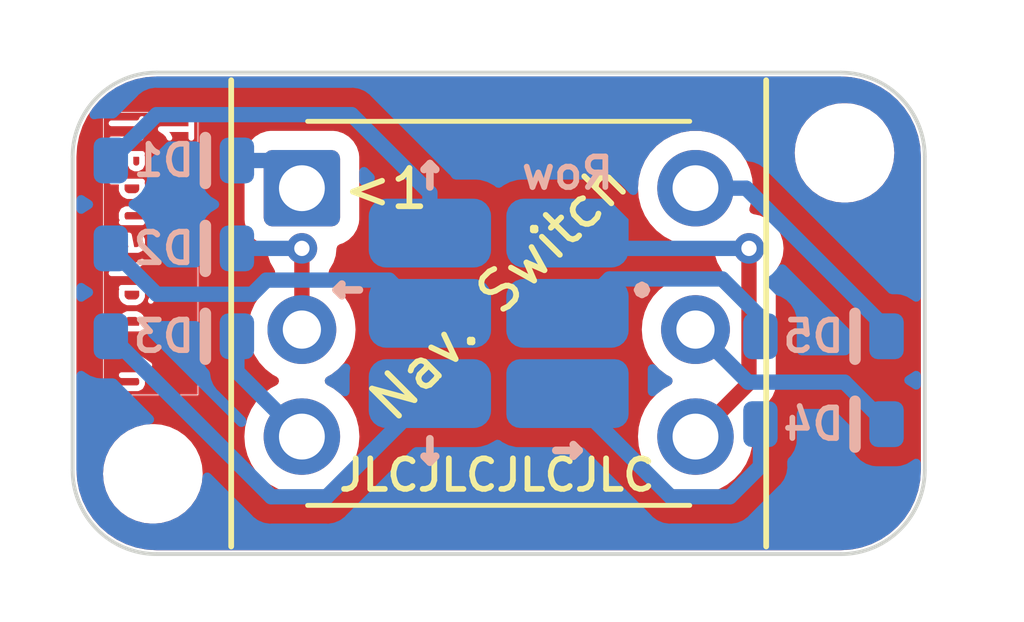
<source format=kicad_pcb>
(kicad_pcb (version 20221018) (generator pcbnew)
  (layers (0 "F.Cu" signal) (31 "B.Cu" signal) (34 "B.Paste" user) (35 "F.Paste" user) (36 "B.SilkS" user "B.Silkscreen") (37 "F.SilkS" user "F.Silkscreen") (38 "B.Mask" user) (39 "F.Mask" user) (44 "Edge.Cuts" user))
  (net 0 "")
  (net 1 "Net-(D1-K)")
  (net 2 "Net-(D1-A)")
  (net 3 "Net-(D2-K)")
  (net 4 "Net-(D2-A)")
  (net 5 "Net-(D3-K)")
  (net 6 "Net-(D3-A)")
  (net 7 "Net-(D4-K)")
  (net 8 "Net-(D4-A)")
  (net 9 "Net-(D5-K)")
  (net 10 "Net-(D5-A)")
  (net 11 "Net-(J1-Pin_6)")
  (footprint "MountingHole:MountingHole_2.1mm" (layer "F.Cu") (at 150 56.2)
    (fp_text reference "H1" hide)
    (fp_text value "MountingHole" hide)
    (pad "" np_thru_hole circle (at 0 0) (size 2.1 2.1) (drill 2.1) (layers "*.Cu" "*.Mask"))
  )
  (footprint "MountingHole:MountingHole_2.1mm" (layer "F.Cu") (at 168.1 47.8)
    (fp_text reference "H2" hide)
    (fp_text value "MountingHole" hide)
    (pad "" np_thru_hole circle (at 0 0) (size 2.1 2.1) (drill 2.1) (layers "*.Cu" "*.Mask"))
  )
  (footprint "_Project_Library:Nav_Switch_SKQUAAA010" (layer "F.Cu") (at 159.05 52)
    (fp_text reference "U1" hide)
    (fp_text value "SKQUAAA010" hide)
    (fp_text user "Nav. Switch" (at -0.000001 -0.575 45 unlocked) (layer "F.SilkS"))
    (fp_line (start -5 -5.025) (end 5 -5.025) (stroke (width 0.127)) (layer "F.SilkS"))
    (fp_line (start -5 5.025) (end 5 5.025) (stroke (width 0.127)) (layer "F.SilkS"))
    (pad "1" thru_hole roundrect (at -5.15 -3.275) (size 2 2) (drill 1.2) (layers "*.Cu" "*.Mask") (roundrect_rratio 0.1136363636) (net 1 "Net-(D1-K)"))
    (pad "2" thru_hole circle (at -5.15 0.425) (size 1.8 1.8) (drill 1) (layers "*.Cu" "*.Mask") (net 3 "Net-(D2-K)"))
    (pad "3" thru_hole circle (at -5.15 3.225) (size 2 2) (drill 1.2) (layers "*.Cu" "*.Mask") (net 5 "Net-(D3-K)"))
    (pad "4" thru_hole circle (at 5.15 3.225) (size 2 2) (drill 1.2) (layers "*.Cu" "*.Mask") (net 11 "Net-(J1-Pin_6)"))
    (pad "5" thru_hole circle (at 5.15 0.425) (size 1.8 1.8) (drill 1) (layers "*.Cu" "*.Mask") (net 7 "Net-(D4-K)"))
    (pad "6" thru_hole circle (at 5.15 -3.275) (size 2 2) (drill 1.2) (layers "*.Cu" "*.Mask") (net 9 "Net-(D5-K)"))
  )
  (footprint "_Project_Library:Header_2x3" (layer "B.Cu") (at 159.05 52 180)
    (fp_text reference "J1" hide)
    (fp_text value "Conn_01x06" hide)
    (pad "1" smd roundrect (at 1.8 2.1 180) (size 3.2 1.8) (layers "B.Cu" "B.Paste" "B.Mask") (net 2 "Net-(D1-A)"))
    (pad "2" smd roundrect (at 1.8 0 180) (size 3.2 1.8) (layers "B.Cu" "B.Paste" "B.Mask") (net 4 "Net-(D2-A)"))
    (pad "3" smd roundrect (at 1.8 -2.1 180) (size 3.2 1.8) (layers "B.Cu" "B.Paste" "B.Mask") (net 6 "Net-(D3-A)"))
    (pad "4" smd roundrect (at -1.8 -2.1 180) (size 3.2 1.8) (layers "B.Cu" "B.Paste" "B.Mask") (roundrect_rratio 0.2) (net 8 "Net-(D4-A)"))
    (pad "5" smd roundrect (at -1.8 0 180) (size 3.2 1.8) (layers "B.Cu" "B.Paste" "B.Mask") (net 10 "Net-(D5-A)"))
    (pad "6" smd roundrect (at -1.8 2.1 180) (size 3.2 1.8) (layers "B.Cu" "B.Paste" "B.Mask") (chamfer_ratio 0.3) (chamfer bottom_left) (net 11 "Net-(J1-Pin_6)"))
  )
  (footprint "_Project_Library:D_SOD-123" (layer "B.Cu") (at 150.55 52.6 180)
    (fp_text reference "D3" (at 0.262499 0) (layer "B.SilkS") (effects (font (size 0.8 0.8)) (justify mirror)))
    (fp_text value "D" hide)
    (fp_line (start -0.825 0.6) (end -0.825 -0.6) (stroke (width 0.3)) (layer "B.SilkS"))
    (pad "1" smd roundrect (at -1.65 0 180) (size 0.9 1.2) (layers "B.Cu" "B.Paste" "B.Mask") (net 5 "Net-(D3-K)"))
    (pad "2" smd roundrect (at 1.65 0 180) (size 0.9 1.2) (layers "B.Cu" "B.Paste" "B.Mask") (net 6 "Net-(D3-A)"))
  )
  (footprint "_Project_Library:D_SOD-123" (layer "B.Cu") (at 150.55 50.3 180)
    (fp_text reference "D2" (at 0.262499 0) (layer "B.SilkS") (effects (font (size 0.8 0.8)) (justify mirror)))
    (fp_text value "D" hide)
    (fp_line (start -0.825 0.6) (end -0.825 -0.6) (stroke (width 0.3)) (layer "B.SilkS"))
    (pad "1" smd roundrect (at -1.65 0 180) (size 0.9 1.2) (layers "B.Cu" "B.Paste" "B.Mask") (net 3 "Net-(D2-K)"))
    (pad "2" smd roundrect (at 1.65 0 180) (size 0.9 1.2) (layers "B.Cu" "B.Paste" "B.Mask") (net 4 "Net-(D2-A)"))
  )
  (footprint "_Project_Library:D_SOD-123" (layer "B.Cu") (at 167.55 52.6 180)
    (fp_text reference "D5" (at 0.262499 0) (layer "B.SilkS") (effects (font (size 0.8 0.8)) (justify mirror)))
    (fp_text value "D" hide)
    (fp_line (start -0.825 0.6) (end -0.825 -0.6) (stroke (width 0.3)) (layer "B.SilkS"))
    (pad "1" smd roundrect (at -1.65 0 180) (size 0.9 1.2) (layers "B.Cu" "B.Paste" "B.Mask") (net 9 "Net-(D5-K)"))
    (pad "2" smd roundrect (at 1.65 0 180) (size 0.9 1.2) (layers "B.Cu" "B.Paste" "B.Mask") (net 10 "Net-(D5-A)"))
  )
  (footprint "_Project_Library:D_SOD-123" (layer "B.Cu") (at 167.55 54.9 180)
    (fp_text reference "D4" (at 0.262499 0) (layer "B.SilkS") (effects (font (size 0.8 0.8)) (justify mirror)))
    (fp_text value "D" hide)
    (fp_line (start -0.825 0.6) (end -0.825 -0.6) (stroke (width 0.3)) (layer "B.SilkS"))
    (pad "1" smd roundrect (at -1.65 0 180) (size 0.9 1.2) (layers "B.Cu" "B.Paste" "B.Mask") (net 7 "Net-(D4-K)"))
    (pad "2" smd roundrect (at 1.65 0 180) (size 0.9 1.2) (layers "B.Cu" "B.Paste" "B.Mask") (net 8 "Net-(D4-A)"))
  )
  (footprint "_Project_Library:D_SOD-123" (layer "B.Cu") (at 150.55 48 180)
    (fp_text reference "D1" (at 0.262499 0) (layer "B.SilkS") (effects (font (size 0.8 0.8)) (justify mirror)))
    (fp_text value "D" hide)
    (fp_line (start -0.825 0.6) (end -0.825 -0.6) (stroke (width 0.3)) (layer "B.SilkS"))
    (pad "1" smd roundrect (at -1.65 0 180) (size 0.9 1.2) (layers "B.Cu" "B.Paste" "B.Mask") (net 1 "Net-(D1-K)"))
    (pad "2" smd roundrect (at 1.65 0 180) (size 0.9 1.2) (layers "B.Cu" "B.Paste" "B.Mask") (net 2 "Net-(D1-A)"))
  )
  (gr_line (start 152.05 58.1) (end 152.05 45.9) (stroke (width 0.15)) (layer "F.SilkS"))
  (gr_line (start 166.05 45.9) (end 166.05 58.1) (stroke (width 0.15)) (layer "F.SilkS"))
  (gr_line (start 150.1 45.7) (end 168 45.7) (stroke (width 0.1)) (layer "Edge.Cuts"))
  (gr_line (start 170.2 47.9) (end 170.2 56.1) (stroke (width 0.1)) (layer "Edge.Cuts"))
  (gr_arc (start 170.2 56.1) (mid 169.555635 57.655635) (end 168 58.3) (stroke (width 0.1)) (layer "Edge.Cuts"))
  (gr_arc (start 150.1 58.3) (mid 148.544365 57.655635) (end 147.9 56.1) (stroke (width 0.1)) (layer "Edge.Cuts"))
  (gr_line (start 147.9 56.1) (end 147.9 47.9) (stroke (width 0.1)) (layer "Edge.Cuts"))
  (gr_arc (start 168 45.7) (mid 169.555635 46.344365) (end 170.2 47.9) (stroke (width 0.1)) (layer "Edge.Cuts"))
  (gr_line (start 168 58.3) (end 150.1 58.3) (stroke (width 0.1)) (layer "Edge.Cuts"))
  (gr_arc (start 147.9 47.9) (mid 148.544365 46.344365) (end 150.1 45.7) (stroke (width 0.1)) (layer "Edge.Cuts"))
  (gr_text "u/bgkendall\nv1.1" (at 150 46.7 90) (layer "F.Cu" knockout) (effects (font (size 0.8 0.8) (thickness 0.15) bold) (justify right)))
  (gr_text "←" (at 155.1 51.8) (layer "B.SilkS") (effects (font (size 0.8 0.8) (thickness 0.2) bold) (justify bottom)))
  (gr_text "Row" (at 160.85 48.8) (layer "B.SilkS") (effects (font (size 0.8 0.8) (thickness 0.15) bold) (justify bottom mirror)))
  (gr_text "↑" (at 157.25 48.8) (layer "B.SilkS") (effects (font (size 0.8 0.8) (thickness 0.2) bold) (justify bottom mirror)))
  (gr_text "↓" (at 157.25 56) (layer "B.SilkS") (effects (font (size 0.8 0.8) (thickness 0.2) bold) (justify bottom)))
  (gr_text "•" (at 162.8 51.8) (layer "B.SilkS") (effects (font (size 0.8 0.8) (thickness 0.2) bold) (justify bottom)))
  (gr_text "→" (at 160.85 56) (layer "B.SilkS") (effects (font (size 0.8 0.8) (thickness 0.2) bold) (justify bottom)))
  (gr_text "<1" (at 154.9 49.32675) (layer "F.SilkS") (effects (font (size 1 1)) (justify left bottom)))
  (gr_text "JLCJLCJLCJLC" (at 154.790714 56.7) (layer "F.SilkS") (effects (font (size 0.8 0.8) (thickness 0.15) bold) (justify left bottom)))
  (segment (start 152.2 48) (end 153.175 48) (width 0.4) (layer "B.Cu") (net 1))
  (segment (start 153.175 48) (end 153.9 48.725) (width 0.4) (layer "B.Cu") (net 1))
  (segment (start 150.1 46.8) (end 155.2 46.8) (width 0.4) (layer "B.Cu") (net 2))
  (segment (start 148.9 48) (end 150.1 46.8) (width 0.4) (layer "B.Cu") (net 2))
  (segment (start 157.25 48.85) (end 157.25 49.9) (width 0.4) (layer "B.Cu") (net 2))
  (segment (start 155.2 46.8) (end 157.25 48.85) (width 0.4) (layer "B.Cu") (net 2))
  (segment (start 153.9 52.425) (end 153.9 50.3) (width 0.4) (layer "F.Cu") (net 3))
  (via (at 153.9 50.3) (size 0.8) (drill 0.4) (layers "F.Cu" "B.Cu") (net 3))
  (segment (start 153.9 50.3) (end 152.2 50.3) (width 0.4) (layer "B.Cu") (net 3))
  (segment (start 152.6 51.5) (end 150.1 51.5) (width 0.4) (layer "B.Cu") (net 4))
  (segment (start 150.1 51.5) (end 148.9 50.3) (width 0.4) (layer "B.Cu") (net 4))
  (segment (start 152.97007 51.12993) (end 152.6 51.5) (width 0.4) (layer "B.Cu") (net 4))
  (segment (start 156.17993 51.12993) (end 152.97007 51.12993) (width 0.4) (layer "B.Cu") (net 4))
  (segment (start 157.05 52) (end 156.17993 51.12993) (width 0.4) (layer "B.Cu") (net 4))
  (segment (start 153.9 55.225) (end 152.2 53.525) (width 0.4) (layer "B.Cu") (net 5))
  (segment (start 152.2 53.525) (end 152.2 52.6) (width 0.4) (layer "B.Cu") (net 5))
  (segment (start 154.55 56.8) (end 157.25 54.1) (width 0.4) (layer "B.Cu") (net 6))
  (segment (start 153.1 56.8) (end 154.55 56.8) (width 0.4) (layer "B.Cu") (net 6))
  (segment (start 148.9 52.6) (end 153.1 56.8) (width 0.4) (layer "B.Cu") (net 6))
  (segment (start 165.575 53.8) (end 168.1 53.8) (width 0.4) (layer "B.Cu") (net 7))
  (segment (start 168.1 53.8) (end 169.2 54.9) (width 0.4) (layer "B.Cu") (net 7))
  (segment (start 164.2 52.425) (end 165.575 53.8) (width 0.4) (layer "B.Cu") (net 7))
  (segment (start 163.55 56.8) (end 165.1 56.8) (width 0.4) (layer "B.Cu") (net 8))
  (segment (start 165.1 56.8) (end 165.9 56) (width 0.4) (layer "B.Cu") (net 8))
  (segment (start 165.9 56) (end 165.9 54.9) (width 0.4) (layer "B.Cu") (net 8))
  (segment (start 160.85 54.1) (end 163.55 56.8) (width 0.4) (layer "B.Cu") (net 8))
  (segment (start 165.525 48.725) (end 169.2 52.4) (width 0.4) (layer "B.Cu") (net 9))
  (segment (start 164.2 48.725) (end 165.525 48.725) (width 0.4) (layer "B.Cu") (net 9))
  (segment (start 165.9 52.1) (end 164.9 51.1) (width 0.4) (layer "B.Cu") (net 10))
  (segment (start 164.9 51.1) (end 161.95 51.1) (width 0.4) (layer "B.Cu") (net 10))
  (segment (start 161.95 51.1) (end 161.05 52) (width 0.4) (layer "B.Cu") (net 10))
  (segment (start 165.9 52.6) (end 165.9 52.1) (width 0.4) (layer "B.Cu") (net 10))
  (segment (start 165.6 50.3) (end 165.6 53.825) (width 0.4) (layer "F.Cu") (net 11))
  (segment (start 165.6 53.825) (end 164.2 55.225) (width 0.4) (layer "F.Cu") (net 11))
  (via (at 165.6 50.3) (size 0.8) (drill 0.4) (layers "F.Cu" "B.Cu") (net 11))
  (segment (start 161.25 50.3) (end 160.85 49.9) (width 0.4) (layer "B.Cu") (net 11))
  (segment (start 165.6 50.3) (end 161.25 50.3) (width 0.4) (layer "B.Cu") (net 11))
  (zone (net 0) (net_name "") (layers "F&B.Cu") (connect_pads (clearance 0.5)) (min_thickness 0.25) (fill yes (thermal_gap 0.5) (thermal_bridge_width 0.5))
    (polygon (pts (xy 146 43.8) (xy 172.8 43.8) (xy 172.8 60.1) (xy 146 60.1)))
  )
)
</source>
